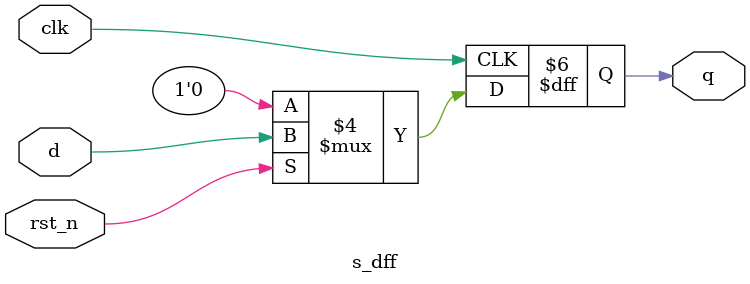
<source format=v>

module s_dff
    (
     clk,
     rst_n,
     d,
     q
     );

////////////////////////////////////////////////////////////////////////////////
// Parameter declarations
parameter RST_VAL = 1'b0;

////////////////////////////////////////////////////////////////////////////////
// Port declarations
input     clk;
input     rst_n;
input     d;
output    q;

////////////////////////////////////////////////////////////////////////////////
// Local logic and instantiation
reg       q;
always @(posedge clk)
    begin
    if (!rst_n) q <= RST_VAL;
    else        q <= d;
    end
    
endmodule 

</source>
